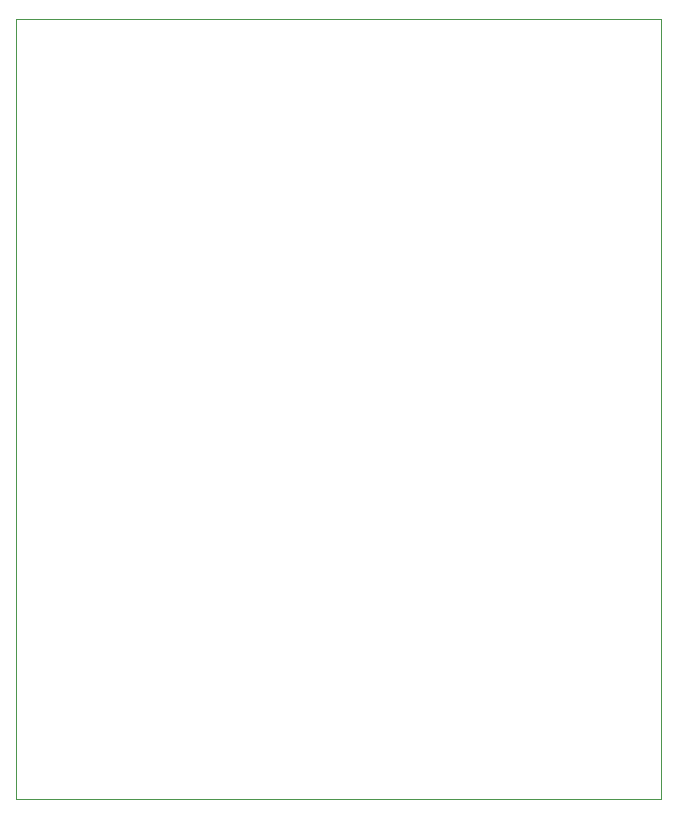
<source format=gbr>
%TF.GenerationSoftware,KiCad,Pcbnew,5.1.10-88a1d61d58~88~ubuntu20.10.1*%
%TF.CreationDate,2021-07-06T11:57:07+02:00*%
%TF.ProjectId,n2k_meteo_gps,65766f5f-6170-42e6-9b69-6361645f7063,rev?*%
%TF.SameCoordinates,Original*%
%TF.FileFunction,Profile,NP*%
%FSLAX46Y46*%
G04 Gerber Fmt 4.6, Leading zero omitted, Abs format (unit mm)*
G04 Created by KiCad (PCBNEW 5.1.10-88a1d61d58~88~ubuntu20.10.1) date 2021-07-06 11:57:07*
%MOMM*%
%LPD*%
G01*
G04 APERTURE LIST*
%TA.AperFunction,Profile*%
%ADD10C,0.050000*%
%TD*%
G04 APERTURE END LIST*
D10*
X21590000Y-26670000D02*
X21590000Y-92710000D01*
X76200000Y-26670000D02*
X21590000Y-26670000D01*
X76200000Y-92710000D02*
X76200000Y-26670000D01*
X21590000Y-92710000D02*
X76200000Y-92710000D01*
M02*

</source>
